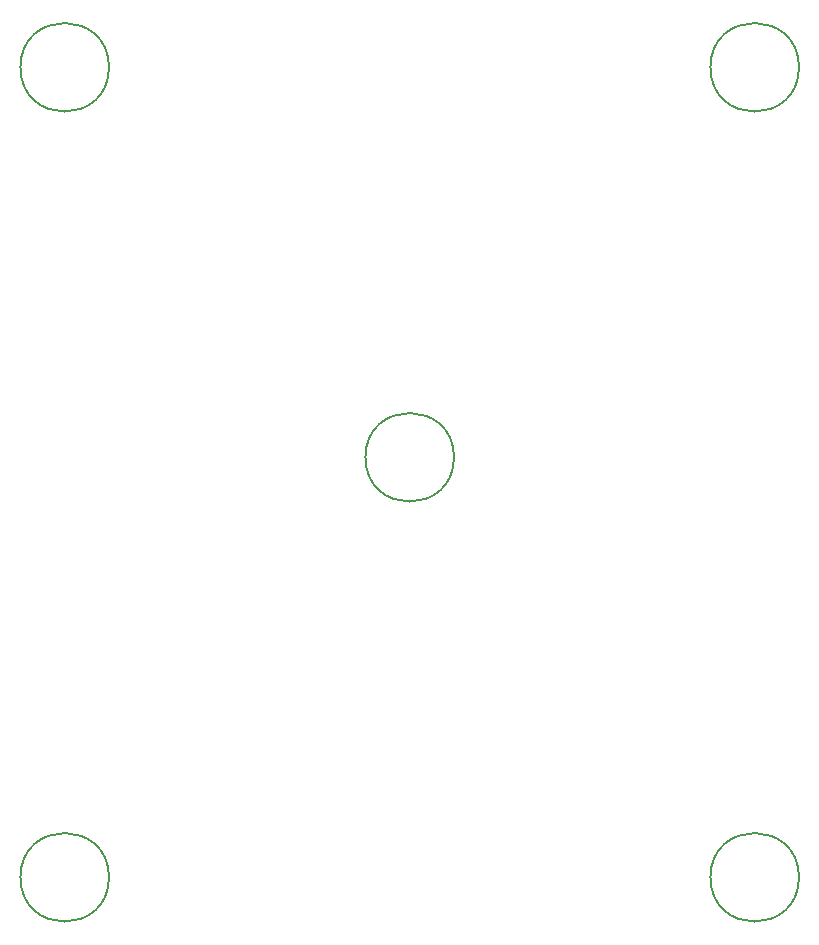
<source format=gbr>
%TF.GenerationSoftware,KiCad,Pcbnew,8.0.7*%
%TF.CreationDate,2025-01-26T03:13:27-05:00*%
%TF.ProjectId,shadow,73686164-6f77-42e6-9b69-6361645f7063,rev?*%
%TF.SameCoordinates,Original*%
%TF.FileFunction,Other,Comment*%
%FSLAX46Y46*%
G04 Gerber Fmt 4.6, Leading zero omitted, Abs format (unit mm)*
G04 Created by KiCad (PCBNEW 8.0.7) date 2025-01-26 03:13:27*
%MOMM*%
%LPD*%
G01*
G04 APERTURE LIST*
%ADD10C,0.150000*%
G04 APERTURE END LIST*
D10*
%TO.C,H4*%
X104080000Y-121920000D02*
G75*
G02*
X96580000Y-121920000I-3750000J0D01*
G01*
X96580000Y-121920000D02*
G75*
G02*
X104080000Y-121920000I3750000J0D01*
G01*
%TO.C,H5*%
X162500000Y-121920000D02*
G75*
G02*
X155000000Y-121920000I-3750000J0D01*
G01*
X155000000Y-121920000D02*
G75*
G02*
X162500000Y-121920000I3750000J0D01*
G01*
%TO.C,H1*%
X104080000Y-53340000D02*
G75*
G02*
X96580000Y-53340000I-3750000J0D01*
G01*
X96580000Y-53340000D02*
G75*
G02*
X104080000Y-53340000I3750000J0D01*
G01*
%TO.C,H3*%
X133290000Y-86360000D02*
G75*
G02*
X125790000Y-86360000I-3750000J0D01*
G01*
X125790000Y-86360000D02*
G75*
G02*
X133290000Y-86360000I3750000J0D01*
G01*
%TO.C,H2*%
X162500000Y-53340000D02*
G75*
G02*
X155000000Y-53340000I-3750000J0D01*
G01*
X155000000Y-53340000D02*
G75*
G02*
X162500000Y-53340000I3750000J0D01*
G01*
%TD*%
M02*

</source>
